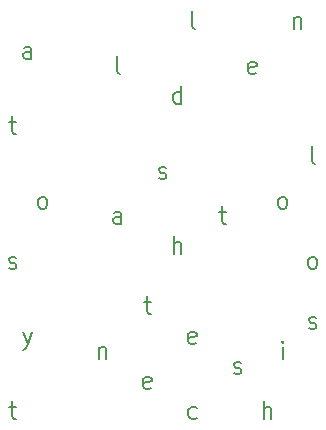
<source format=gbr>
%TF.GenerationSoftware,KiCad,Pcbnew,(6.0.2)*%
%TF.CreationDate,2022-07-09T21:40:46+01:00*%
%TF.ProjectId,front panel,66726f6e-7420-4706-916e-656c2e6b6963,rev?*%
%TF.SameCoordinates,Original*%
%TF.FileFunction,Legend,Top*%
%TF.FilePolarity,Positive*%
%FSLAX46Y46*%
G04 Gerber Fmt 4.6, Leading zero omitted, Abs format (unit mm)*
G04 Created by KiCad (PCBNEW (6.0.2)) date 2022-07-09 21:40:46*
%MOMM*%
%LPD*%
G01*
G04 APERTURE LIST*
%ADD10C,0.180000*%
G04 APERTURE END LIST*
D10*
X9838571Y-31428571D02*
X9838571Y-32428571D01*
X9838571Y-31571428D02*
X9910000Y-31500000D01*
X10052857Y-31428571D01*
X10267142Y-31428571D01*
X10410000Y-31500000D01*
X10481428Y-31642857D01*
X10481428Y-32428571D01*
X4972857Y-19728571D02*
X4830000Y-19657142D01*
X4758571Y-19585714D01*
X4687142Y-19442857D01*
X4687142Y-19014285D01*
X4758571Y-18871428D01*
X4830000Y-18800000D01*
X4972857Y-18728571D01*
X5187142Y-18728571D01*
X5330000Y-18800000D01*
X5401428Y-18871428D01*
X5472857Y-19014285D01*
X5472857Y-19442857D01*
X5401428Y-19585714D01*
X5330000Y-19657142D01*
X5187142Y-19728571D01*
X4972857Y-19728571D01*
X13684285Y-27618571D02*
X14255714Y-27618571D01*
X13898571Y-27118571D02*
X13898571Y-28404285D01*
X13970000Y-28547142D01*
X14112857Y-28618571D01*
X14255714Y-28618571D01*
X16188571Y-23538571D02*
X16188571Y-22038571D01*
X16831428Y-23538571D02*
X16831428Y-22752857D01*
X16760000Y-22610000D01*
X16617142Y-22538571D01*
X16402857Y-22538571D01*
X16260000Y-22610000D01*
X16188571Y-22681428D01*
X2254285Y-36508571D02*
X2825714Y-36508571D01*
X2468571Y-36008571D02*
X2468571Y-37294285D01*
X2540000Y-37437142D01*
X2682857Y-37508571D01*
X2825714Y-37508571D01*
X26348571Y-3488571D02*
X26348571Y-4488571D01*
X26348571Y-3631428D02*
X26420000Y-3560000D01*
X26562857Y-3488571D01*
X26777142Y-3488571D01*
X26920000Y-3560000D01*
X26991428Y-3702857D01*
X26991428Y-4488571D01*
X11751428Y-20998571D02*
X11751428Y-20212857D01*
X11680000Y-20070000D01*
X11537142Y-19998571D01*
X11251428Y-19998571D01*
X11108571Y-20070000D01*
X11751428Y-20927142D02*
X11608571Y-20998571D01*
X11251428Y-20998571D01*
X11108571Y-20927142D01*
X11037142Y-20784285D01*
X11037142Y-20641428D01*
X11108571Y-20498571D01*
X11251428Y-20427142D01*
X11608571Y-20427142D01*
X11751428Y-20355714D01*
X2254285Y-12378571D02*
X2825714Y-12378571D01*
X2468571Y-11878571D02*
X2468571Y-13164285D01*
X2540000Y-13307142D01*
X2682857Y-13378571D01*
X2825714Y-13378571D01*
X16831428Y-10838571D02*
X16831428Y-9338571D01*
X16831428Y-10767142D02*
X16688571Y-10838571D01*
X16402857Y-10838571D01*
X16260000Y-10767142D01*
X16188571Y-10695714D01*
X16117142Y-10552857D01*
X16117142Y-10124285D01*
X16188571Y-9981428D01*
X16260000Y-9910000D01*
X16402857Y-9838571D01*
X16688571Y-9838571D01*
X16831428Y-9910000D01*
X23808571Y-37508571D02*
X23808571Y-36008571D01*
X24451428Y-37508571D02*
X24451428Y-36722857D01*
X24380000Y-36580000D01*
X24237142Y-36508571D01*
X24022857Y-36508571D01*
X23880000Y-36580000D01*
X23808571Y-36651428D01*
X2218571Y-24737142D02*
X2361428Y-24808571D01*
X2647142Y-24808571D01*
X2790000Y-24737142D01*
X2861428Y-24594285D01*
X2861428Y-24522857D01*
X2790000Y-24380000D01*
X2647142Y-24308571D01*
X2432857Y-24308571D01*
X2290000Y-24237142D01*
X2218571Y-24094285D01*
X2218571Y-24022857D01*
X2290000Y-23880000D01*
X2432857Y-23808571D01*
X2647142Y-23808571D01*
X2790000Y-23880000D01*
X20034285Y-19998571D02*
X20605714Y-19998571D01*
X20248571Y-19498571D02*
X20248571Y-20784285D01*
X20320000Y-20927142D01*
X20462857Y-20998571D01*
X20605714Y-20998571D01*
X25400000Y-32428571D02*
X25400000Y-31428571D01*
X25400000Y-30928571D02*
X25328571Y-31000000D01*
X25400000Y-31071428D01*
X25471428Y-31000000D01*
X25400000Y-30928571D01*
X25400000Y-31071428D01*
X14255714Y-34897142D02*
X14112857Y-34968571D01*
X13827142Y-34968571D01*
X13684285Y-34897142D01*
X13612857Y-34754285D01*
X13612857Y-34182857D01*
X13684285Y-34040000D01*
X13827142Y-33968571D01*
X14112857Y-33968571D01*
X14255714Y-34040000D01*
X14327142Y-34182857D01*
X14327142Y-34325714D01*
X13612857Y-34468571D01*
X3452857Y-30158571D02*
X3810000Y-31158571D01*
X4167142Y-30158571D02*
X3810000Y-31158571D01*
X3667142Y-31515714D01*
X3595714Y-31587142D01*
X3452857Y-31658571D01*
X4131428Y-7028571D02*
X4131428Y-6242857D01*
X4060000Y-6100000D01*
X3917142Y-6028571D01*
X3631428Y-6028571D01*
X3488571Y-6100000D01*
X4131428Y-6957142D02*
X3988571Y-7028571D01*
X3631428Y-7028571D01*
X3488571Y-6957142D01*
X3417142Y-6814285D01*
X3417142Y-6671428D01*
X3488571Y-6528571D01*
X3631428Y-6457142D01*
X3988571Y-6457142D01*
X4131428Y-6385714D01*
X21268571Y-33627142D02*
X21411428Y-33698571D01*
X21697142Y-33698571D01*
X21840000Y-33627142D01*
X21911428Y-33484285D01*
X21911428Y-33412857D01*
X21840000Y-33270000D01*
X21697142Y-33198571D01*
X21482857Y-33198571D01*
X21340000Y-33127142D01*
X21268571Y-32984285D01*
X21268571Y-32912857D01*
X21340000Y-32770000D01*
X21482857Y-32698571D01*
X21697142Y-32698571D01*
X21840000Y-32770000D01*
X17958571Y-4488571D02*
X17815714Y-4417142D01*
X17744285Y-4274285D01*
X17744285Y-2988571D01*
X28118571Y-15918571D02*
X27975714Y-15847142D01*
X27904285Y-15704285D01*
X27904285Y-14418571D01*
X18065714Y-31087142D02*
X17922857Y-31158571D01*
X17637142Y-31158571D01*
X17494285Y-31087142D01*
X17422857Y-30944285D01*
X17422857Y-30372857D01*
X17494285Y-30230000D01*
X17637142Y-30158571D01*
X17922857Y-30158571D01*
X18065714Y-30230000D01*
X18137142Y-30372857D01*
X18137142Y-30515714D01*
X17422857Y-30658571D01*
X27832857Y-24808571D02*
X27690000Y-24737142D01*
X27618571Y-24665714D01*
X27547142Y-24522857D01*
X27547142Y-24094285D01*
X27618571Y-23951428D01*
X27690000Y-23880000D01*
X27832857Y-23808571D01*
X28047142Y-23808571D01*
X28190000Y-23880000D01*
X28261428Y-23951428D01*
X28332857Y-24094285D01*
X28332857Y-24522857D01*
X28261428Y-24665714D01*
X28190000Y-24737142D01*
X28047142Y-24808571D01*
X27832857Y-24808571D01*
X23145714Y-8227142D02*
X23002857Y-8298571D01*
X22717142Y-8298571D01*
X22574285Y-8227142D01*
X22502857Y-8084285D01*
X22502857Y-7512857D01*
X22574285Y-7370000D01*
X22717142Y-7298571D01*
X23002857Y-7298571D01*
X23145714Y-7370000D01*
X23217142Y-7512857D01*
X23217142Y-7655714D01*
X22502857Y-7798571D01*
X18137142Y-37437142D02*
X17994285Y-37508571D01*
X17708571Y-37508571D01*
X17565714Y-37437142D01*
X17494285Y-37365714D01*
X17422857Y-37222857D01*
X17422857Y-36794285D01*
X17494285Y-36651428D01*
X17565714Y-36580000D01*
X17708571Y-36508571D01*
X17994285Y-36508571D01*
X18137142Y-36580000D01*
X14918571Y-17117142D02*
X15061428Y-17188571D01*
X15347142Y-17188571D01*
X15490000Y-17117142D01*
X15561428Y-16974285D01*
X15561428Y-16902857D01*
X15490000Y-16760000D01*
X15347142Y-16688571D01*
X15132857Y-16688571D01*
X14990000Y-16617142D01*
X14918571Y-16474285D01*
X14918571Y-16402857D01*
X14990000Y-16260000D01*
X15132857Y-16188571D01*
X15347142Y-16188571D01*
X15490000Y-16260000D01*
X25292857Y-19728571D02*
X25150000Y-19657142D01*
X25078571Y-19585714D01*
X25007142Y-19442857D01*
X25007142Y-19014285D01*
X25078571Y-18871428D01*
X25150000Y-18800000D01*
X25292857Y-18728571D01*
X25507142Y-18728571D01*
X25650000Y-18800000D01*
X25721428Y-18871428D01*
X25792857Y-19014285D01*
X25792857Y-19442857D01*
X25721428Y-19585714D01*
X25650000Y-19657142D01*
X25507142Y-19728571D01*
X25292857Y-19728571D01*
X11608571Y-8298571D02*
X11465714Y-8227142D01*
X11394285Y-8084285D01*
X11394285Y-6798571D01*
X27618571Y-29817142D02*
X27761428Y-29888571D01*
X28047142Y-29888571D01*
X28190000Y-29817142D01*
X28261428Y-29674285D01*
X28261428Y-29602857D01*
X28190000Y-29460000D01*
X28047142Y-29388571D01*
X27832857Y-29388571D01*
X27690000Y-29317142D01*
X27618571Y-29174285D01*
X27618571Y-29102857D01*
X27690000Y-28960000D01*
X27832857Y-28888571D01*
X28047142Y-28888571D01*
X28190000Y-28960000D01*
M02*

</source>
